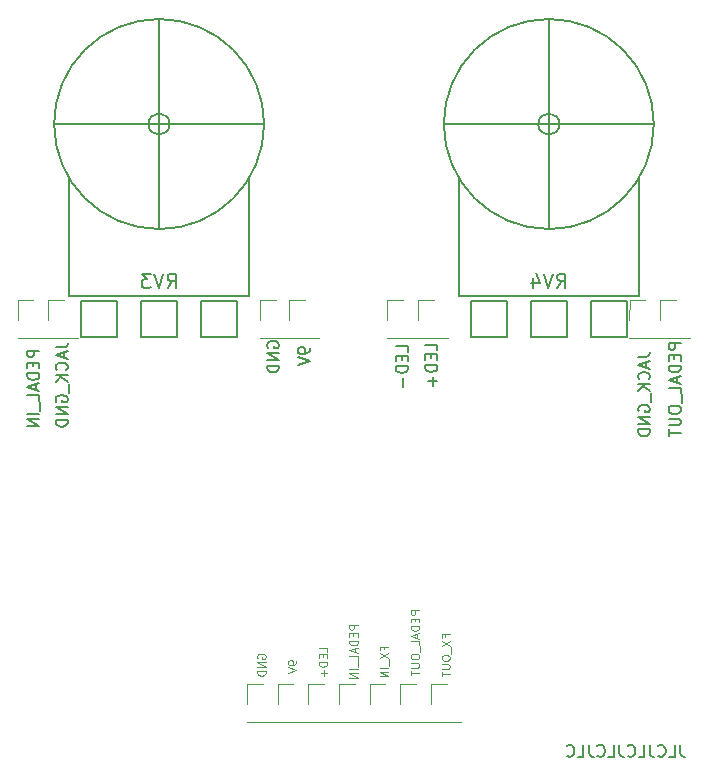
<source format=gbr>
G04 #@! TF.GenerationSoftware,KiCad,Pcbnew,(5.1.5-0-10_14)*
G04 #@! TF.CreationDate,2021-09-14T17:42:55+02:00*
G04 #@! TF.ProjectId,npnium,6e706e69-756d-42e6-9b69-6361645f7063,rev?*
G04 #@! TF.SameCoordinates,Original*
G04 #@! TF.FileFunction,Legend,Bot*
G04 #@! TF.FilePolarity,Positive*
%FSLAX46Y46*%
G04 Gerber Fmt 4.6, Leading zero omitted, Abs format (unit mm)*
G04 Created by KiCad (PCBNEW (5.1.5-0-10_14)) date 2021-09-14 17:42:55*
%MOMM*%
%LPD*%
G04 APERTURE LIST*
%ADD10C,0.150000*%
%ADD11C,0.120000*%
%ADD12C,0.127000*%
%ADD13C,0.110000*%
%ADD14C,0.152400*%
G04 APERTURE END LIST*
D10*
X127619047Y-114452380D02*
X127619047Y-115166666D01*
X127666666Y-115309523D01*
X127761904Y-115404761D01*
X127904761Y-115452380D01*
X128000000Y-115452380D01*
X126666666Y-115452380D02*
X127142857Y-115452380D01*
X127142857Y-114452380D01*
X125761904Y-115357142D02*
X125809523Y-115404761D01*
X125952380Y-115452380D01*
X126047619Y-115452380D01*
X126190476Y-115404761D01*
X126285714Y-115309523D01*
X126333333Y-115214285D01*
X126380952Y-115023809D01*
X126380952Y-114880952D01*
X126333333Y-114690476D01*
X126285714Y-114595238D01*
X126190476Y-114500000D01*
X126047619Y-114452380D01*
X125952380Y-114452380D01*
X125809523Y-114500000D01*
X125761904Y-114547619D01*
X125047619Y-114452380D02*
X125047619Y-115166666D01*
X125095238Y-115309523D01*
X125190476Y-115404761D01*
X125333333Y-115452380D01*
X125428571Y-115452380D01*
X124095238Y-115452380D02*
X124571428Y-115452380D01*
X124571428Y-114452380D01*
X123190476Y-115357142D02*
X123238095Y-115404761D01*
X123380952Y-115452380D01*
X123476190Y-115452380D01*
X123619047Y-115404761D01*
X123714285Y-115309523D01*
X123761904Y-115214285D01*
X123809523Y-115023809D01*
X123809523Y-114880952D01*
X123761904Y-114690476D01*
X123714285Y-114595238D01*
X123619047Y-114500000D01*
X123476190Y-114452380D01*
X123380952Y-114452380D01*
X123238095Y-114500000D01*
X123190476Y-114547619D01*
X122476190Y-114452380D02*
X122476190Y-115166666D01*
X122523809Y-115309523D01*
X122619047Y-115404761D01*
X122761904Y-115452380D01*
X122857142Y-115452380D01*
X121523809Y-115452380D02*
X122000000Y-115452380D01*
X122000000Y-114452380D01*
X120619047Y-115357142D02*
X120666666Y-115404761D01*
X120809523Y-115452380D01*
X120904761Y-115452380D01*
X121047619Y-115404761D01*
X121142857Y-115309523D01*
X121190476Y-115214285D01*
X121238095Y-115023809D01*
X121238095Y-114880952D01*
X121190476Y-114690476D01*
X121142857Y-114595238D01*
X121047619Y-114500000D01*
X120904761Y-114452380D01*
X120809523Y-114452380D01*
X120666666Y-114500000D01*
X120619047Y-114547619D01*
X119904761Y-114452380D02*
X119904761Y-115166666D01*
X119952380Y-115309523D01*
X120047619Y-115404761D01*
X120190476Y-115452380D01*
X120285714Y-115452380D01*
X118952380Y-115452380D02*
X119428571Y-115452380D01*
X119428571Y-114452380D01*
X118047619Y-115357142D02*
X118095238Y-115404761D01*
X118238095Y-115452380D01*
X118333333Y-115452380D01*
X118476190Y-115404761D01*
X118571428Y-115309523D01*
X118619047Y-115214285D01*
X118666666Y-115023809D01*
X118666666Y-114880952D01*
X118619047Y-114690476D01*
X118571428Y-114595238D01*
X118476190Y-114500000D01*
X118333333Y-114452380D01*
X118238095Y-114452380D01*
X118095238Y-114500000D01*
X118047619Y-114547619D01*
D11*
X105420000Y-79980000D02*
X107960000Y-79980000D01*
X105433500Y-76810000D02*
X106763500Y-76810000D01*
X105430000Y-78463500D02*
X105433500Y-76810000D01*
X125920000Y-79980000D02*
X128460000Y-79980000D01*
X125933500Y-76810000D02*
X127263500Y-76810000D01*
X125930000Y-78463500D02*
X125933500Y-76810000D01*
X98720000Y-112480000D02*
X101260000Y-112480000D01*
X98733500Y-109310000D02*
X100063500Y-109310000D01*
X98730000Y-110963500D02*
X98733500Y-109310000D01*
X102820000Y-79980000D02*
X105360000Y-79980000D01*
X102833500Y-76810000D02*
X104163500Y-76810000D01*
X102830000Y-78463500D02*
X102833500Y-76810000D01*
X96120000Y-112480000D02*
X98660000Y-112480000D01*
X96133500Y-109310000D02*
X97463500Y-109310000D01*
X96130000Y-110963500D02*
X96133500Y-109310000D01*
X123320000Y-79980000D02*
X125860000Y-79980000D01*
X123333500Y-76810000D02*
X124663500Y-76810000D01*
X123330000Y-78463500D02*
X123333500Y-76810000D01*
X103920000Y-112480000D02*
X106460000Y-112480000D01*
X103933500Y-109310000D02*
X105263500Y-109310000D01*
X103930000Y-110963500D02*
X103933500Y-109310000D01*
X74120000Y-79980000D02*
X76660000Y-79980000D01*
X74133500Y-76810000D02*
X75463500Y-76810000D01*
X74130000Y-78463500D02*
X74133500Y-76810000D01*
X71520000Y-79980000D02*
X74060000Y-79980000D01*
X71533500Y-76810000D02*
X72863500Y-76810000D01*
X71530000Y-78463500D02*
X71533500Y-76810000D01*
X93520000Y-112480000D02*
X96060000Y-112480000D01*
X93533500Y-109310000D02*
X94863500Y-109310000D01*
X93530000Y-110963500D02*
X93533500Y-109310000D01*
X90920000Y-112480000D02*
X93460000Y-112480000D01*
X90933500Y-109310000D02*
X92263500Y-109310000D01*
X90930000Y-110963500D02*
X90933500Y-109310000D01*
X106520000Y-112480000D02*
X109060000Y-112480000D01*
X106533500Y-109310000D02*
X107863500Y-109310000D01*
X106530000Y-110963500D02*
X106533500Y-109310000D01*
X101320000Y-112480000D02*
X103860000Y-112480000D01*
X101333500Y-109310000D02*
X102663500Y-109310000D01*
X101330000Y-110963500D02*
X101333500Y-109310000D01*
X94520000Y-79980000D02*
X97060000Y-79980000D01*
X94533500Y-76810000D02*
X95863500Y-76810000D01*
X94530000Y-78463500D02*
X94533500Y-76810000D01*
X92020000Y-79980000D02*
X94560000Y-79980000D01*
X92033500Y-76810000D02*
X93363500Y-76810000D01*
X92030000Y-78463500D02*
X92033500Y-76810000D01*
D12*
X123104000Y-79924000D02*
X123104000Y-76876000D01*
X120056000Y-79924000D02*
X123104000Y-79924000D01*
X120056000Y-76876000D02*
X120056000Y-79924000D01*
X118024000Y-79924000D02*
X118024000Y-76876000D01*
X114976000Y-79924000D02*
X118024000Y-79924000D01*
X114976000Y-76876000D02*
X114976000Y-79924000D01*
X112944000Y-79924000D02*
X112944000Y-76876000D01*
X109896000Y-79924000D02*
X112944000Y-79924000D01*
X109896000Y-76876000D02*
X109896000Y-79924000D01*
X120056000Y-76876000D02*
X123104000Y-76876000D01*
X114976000Y-76876000D02*
X118024000Y-76876000D01*
X109896000Y-76876000D02*
X112944000Y-76876000D01*
X108880000Y-76495000D02*
X124120000Y-76495000D01*
X107610000Y-61890000D02*
X125390000Y-61900000D01*
X116500000Y-70790000D02*
X116500000Y-53010000D01*
X124120000Y-76495000D02*
X124120000Y-66335000D01*
X108880000Y-66335000D02*
X108880000Y-76495000D01*
X107610000Y-61890000D02*
G75*
G03X116500000Y-70780000I8890000J0D01*
G01*
X116500000Y-70790000D02*
G75*
G03X125390000Y-61900000I0J8890000D01*
G01*
X125390000Y-61890000D02*
G75*
G03X116500000Y-52999998I-8889901J101D01*
G01*
X116500002Y-53000000D02*
G75*
G03X107610000Y-61890000I-101J-8889901D01*
G01*
X117398000Y-61900000D02*
G75*
G03X117398000Y-61900000I-898000J0D01*
G01*
X90104000Y-79924000D02*
X90104000Y-76876000D01*
X87056000Y-79924000D02*
X90104000Y-79924000D01*
X87056000Y-76876000D02*
X87056000Y-79924000D01*
X85024000Y-79924000D02*
X85024000Y-76876000D01*
X81976000Y-79924000D02*
X85024000Y-79924000D01*
X81976000Y-76876000D02*
X81976000Y-79924000D01*
X79944000Y-79924000D02*
X79944000Y-76876000D01*
X76896000Y-79924000D02*
X79944000Y-79924000D01*
X76896000Y-76876000D02*
X76896000Y-79924000D01*
X87056000Y-76876000D02*
X90104000Y-76876000D01*
X81976000Y-76876000D02*
X85024000Y-76876000D01*
X76896000Y-76876000D02*
X79944000Y-76876000D01*
X75880000Y-76495000D02*
X91120000Y-76495000D01*
X74610000Y-61890000D02*
X92390000Y-61900000D01*
X83500000Y-70790000D02*
X83500000Y-53010000D01*
X91120000Y-76495000D02*
X91120000Y-66335000D01*
X75880000Y-66335000D02*
X75880000Y-76495000D01*
X74610000Y-61890000D02*
G75*
G03X83500000Y-70780000I8890000J0D01*
G01*
X83500000Y-70790000D02*
G75*
G03X92390000Y-61900000I0J8890000D01*
G01*
X92390000Y-61890000D02*
G75*
G03X83500000Y-52999998I-8889901J101D01*
G01*
X83500002Y-53000000D02*
G75*
G03X74610000Y-61890000I-101J-8889901D01*
G01*
X84398000Y-61900000D02*
G75*
G03X84398000Y-61900000I-898000J0D01*
G01*
D10*
X107052380Y-81064404D02*
X107052380Y-80588214D01*
X106052380Y-80588214D01*
X106528571Y-81397738D02*
X106528571Y-81731071D01*
X107052380Y-81873928D02*
X107052380Y-81397738D01*
X106052380Y-81397738D01*
X106052380Y-81873928D01*
X107052380Y-82302500D02*
X106052380Y-82302500D01*
X106052380Y-82540595D01*
X106100000Y-82683452D01*
X106195238Y-82778690D01*
X106290476Y-82826309D01*
X106480952Y-82873928D01*
X106623809Y-82873928D01*
X106814285Y-82826309D01*
X106909523Y-82778690D01*
X107004761Y-82683452D01*
X107052380Y-82540595D01*
X107052380Y-82302500D01*
X106671428Y-83302500D02*
X106671428Y-84064404D01*
X107052380Y-83683452D02*
X106290476Y-83683452D01*
X127652380Y-80450119D02*
X126652380Y-80450119D01*
X126652380Y-80831071D01*
X126700000Y-80926309D01*
X126747619Y-80973928D01*
X126842857Y-81021547D01*
X126985714Y-81021547D01*
X127080952Y-80973928D01*
X127128571Y-80926309D01*
X127176190Y-80831071D01*
X127176190Y-80450119D01*
X127128571Y-81450119D02*
X127128571Y-81783452D01*
X127652380Y-81926309D02*
X127652380Y-81450119D01*
X126652380Y-81450119D01*
X126652380Y-81926309D01*
X127652380Y-82354880D02*
X126652380Y-82354880D01*
X126652380Y-82592976D01*
X126700000Y-82735833D01*
X126795238Y-82831071D01*
X126890476Y-82878690D01*
X127080952Y-82926309D01*
X127223809Y-82926309D01*
X127414285Y-82878690D01*
X127509523Y-82831071D01*
X127604761Y-82735833D01*
X127652380Y-82592976D01*
X127652380Y-82354880D01*
X127366666Y-83307261D02*
X127366666Y-83783452D01*
X127652380Y-83212023D02*
X126652380Y-83545357D01*
X127652380Y-83878690D01*
X127652380Y-84688214D02*
X127652380Y-84212023D01*
X126652380Y-84212023D01*
X127747619Y-84783452D02*
X127747619Y-85545357D01*
X126652380Y-85973928D02*
X126652380Y-86164404D01*
X126700000Y-86259642D01*
X126795238Y-86354880D01*
X126985714Y-86402500D01*
X127319047Y-86402500D01*
X127509523Y-86354880D01*
X127604761Y-86259642D01*
X127652380Y-86164404D01*
X127652380Y-85973928D01*
X127604761Y-85878690D01*
X127509523Y-85783452D01*
X127319047Y-85735833D01*
X126985714Y-85735833D01*
X126795238Y-85783452D01*
X126700000Y-85878690D01*
X126652380Y-85973928D01*
X126652380Y-86831071D02*
X127461904Y-86831071D01*
X127557142Y-86878690D01*
X127604761Y-86926309D01*
X127652380Y-87021547D01*
X127652380Y-87212023D01*
X127604761Y-87307261D01*
X127557142Y-87354880D01*
X127461904Y-87402500D01*
X126652380Y-87402500D01*
X126652380Y-87735833D02*
X126652380Y-88307261D01*
X127652380Y-88021547D02*
X126652380Y-88021547D01*
D13*
X100316666Y-104295166D02*
X99616666Y-104295166D01*
X99616666Y-104561833D01*
X99650000Y-104628500D01*
X99683333Y-104661833D01*
X99750000Y-104695166D01*
X99850000Y-104695166D01*
X99916666Y-104661833D01*
X99950000Y-104628500D01*
X99983333Y-104561833D01*
X99983333Y-104295166D01*
X99950000Y-104995166D02*
X99950000Y-105228500D01*
X100316666Y-105328500D02*
X100316666Y-104995166D01*
X99616666Y-104995166D01*
X99616666Y-105328500D01*
X100316666Y-105628500D02*
X99616666Y-105628500D01*
X99616666Y-105795166D01*
X99650000Y-105895166D01*
X99716666Y-105961833D01*
X99783333Y-105995166D01*
X99916666Y-106028500D01*
X100016666Y-106028500D01*
X100150000Y-105995166D01*
X100216666Y-105961833D01*
X100283333Y-105895166D01*
X100316666Y-105795166D01*
X100316666Y-105628500D01*
X100116666Y-106295166D02*
X100116666Y-106628500D01*
X100316666Y-106228500D02*
X99616666Y-106461833D01*
X100316666Y-106695166D01*
X100316666Y-107261833D02*
X100316666Y-106928500D01*
X99616666Y-106928500D01*
X100383333Y-107328500D02*
X100383333Y-107861833D01*
X100316666Y-108028500D02*
X99616666Y-108028500D01*
X100316666Y-108361833D02*
X99616666Y-108361833D01*
X100316666Y-108761833D01*
X99616666Y-108761833D01*
D10*
X104552380Y-81164404D02*
X104552380Y-80688214D01*
X103552380Y-80688214D01*
X104028571Y-81497738D02*
X104028571Y-81831071D01*
X104552380Y-81973928D02*
X104552380Y-81497738D01*
X103552380Y-81497738D01*
X103552380Y-81973928D01*
X104552380Y-82402500D02*
X103552380Y-82402500D01*
X103552380Y-82640595D01*
X103600000Y-82783452D01*
X103695238Y-82878690D01*
X103790476Y-82926309D01*
X103980952Y-82973928D01*
X104123809Y-82973928D01*
X104314285Y-82926309D01*
X104409523Y-82878690D01*
X104504761Y-82783452D01*
X104552380Y-82640595D01*
X104552380Y-82402500D01*
X104171428Y-83402500D02*
X104171428Y-84164404D01*
D13*
X97716666Y-106561833D02*
X97716666Y-106228500D01*
X97016666Y-106228500D01*
X97350000Y-106795166D02*
X97350000Y-107028500D01*
X97716666Y-107128500D02*
X97716666Y-106795166D01*
X97016666Y-106795166D01*
X97016666Y-107128500D01*
X97716666Y-107428500D02*
X97016666Y-107428500D01*
X97016666Y-107595166D01*
X97050000Y-107695166D01*
X97116666Y-107761833D01*
X97183333Y-107795166D01*
X97316666Y-107828500D01*
X97416666Y-107828500D01*
X97550000Y-107795166D01*
X97616666Y-107761833D01*
X97683333Y-107695166D01*
X97716666Y-107595166D01*
X97716666Y-107428500D01*
X97450000Y-108128500D02*
X97450000Y-108661833D01*
X97716666Y-108395166D02*
X97183333Y-108395166D01*
D10*
X124052380Y-81597738D02*
X124766666Y-81597738D01*
X124909523Y-81550119D01*
X125004761Y-81454880D01*
X125052380Y-81312023D01*
X125052380Y-81216785D01*
X124766666Y-82026309D02*
X124766666Y-82502500D01*
X125052380Y-81931071D02*
X124052380Y-82264404D01*
X125052380Y-82597738D01*
X124957142Y-83502500D02*
X125004761Y-83454880D01*
X125052380Y-83312023D01*
X125052380Y-83216785D01*
X125004761Y-83073928D01*
X124909523Y-82978690D01*
X124814285Y-82931071D01*
X124623809Y-82883452D01*
X124480952Y-82883452D01*
X124290476Y-82931071D01*
X124195238Y-82978690D01*
X124100000Y-83073928D01*
X124052380Y-83216785D01*
X124052380Y-83312023D01*
X124100000Y-83454880D01*
X124147619Y-83502500D01*
X125052380Y-83931071D02*
X124052380Y-83931071D01*
X125052380Y-84502500D02*
X124480952Y-84073928D01*
X124052380Y-84502500D02*
X124623809Y-83931071D01*
X125147619Y-84692976D02*
X125147619Y-85454880D01*
X124100000Y-86216785D02*
X124052380Y-86121547D01*
X124052380Y-85978690D01*
X124100000Y-85835833D01*
X124195238Y-85740595D01*
X124290476Y-85692976D01*
X124480952Y-85645357D01*
X124623809Y-85645357D01*
X124814285Y-85692976D01*
X124909523Y-85740595D01*
X125004761Y-85835833D01*
X125052380Y-85978690D01*
X125052380Y-86073928D01*
X125004761Y-86216785D01*
X124957142Y-86264404D01*
X124623809Y-86264404D01*
X124623809Y-86073928D01*
X125052380Y-86692976D02*
X124052380Y-86692976D01*
X125052380Y-87264404D01*
X124052380Y-87264404D01*
X125052380Y-87740595D02*
X124052380Y-87740595D01*
X124052380Y-87978690D01*
X124100000Y-88121547D01*
X124195238Y-88216785D01*
X124290476Y-88264404D01*
X124480952Y-88312023D01*
X124623809Y-88312023D01*
X124814285Y-88264404D01*
X124909523Y-88216785D01*
X125004761Y-88121547D01*
X125052380Y-87978690D01*
X125052380Y-87740595D01*
D13*
X105516666Y-103061833D02*
X104816666Y-103061833D01*
X104816666Y-103328500D01*
X104850000Y-103395166D01*
X104883333Y-103428500D01*
X104950000Y-103461833D01*
X105050000Y-103461833D01*
X105116666Y-103428500D01*
X105150000Y-103395166D01*
X105183333Y-103328500D01*
X105183333Y-103061833D01*
X105150000Y-103761833D02*
X105150000Y-103995166D01*
X105516666Y-104095166D02*
X105516666Y-103761833D01*
X104816666Y-103761833D01*
X104816666Y-104095166D01*
X105516666Y-104395166D02*
X104816666Y-104395166D01*
X104816666Y-104561833D01*
X104850000Y-104661833D01*
X104916666Y-104728500D01*
X104983333Y-104761833D01*
X105116666Y-104795166D01*
X105216666Y-104795166D01*
X105350000Y-104761833D01*
X105416666Y-104728500D01*
X105483333Y-104661833D01*
X105516666Y-104561833D01*
X105516666Y-104395166D01*
X105316666Y-105061833D02*
X105316666Y-105395166D01*
X105516666Y-104995166D02*
X104816666Y-105228500D01*
X105516666Y-105461833D01*
X105516666Y-106028500D02*
X105516666Y-105695166D01*
X104816666Y-105695166D01*
X105583333Y-106095166D02*
X105583333Y-106628500D01*
X104816666Y-106928500D02*
X104816666Y-107061833D01*
X104850000Y-107128500D01*
X104916666Y-107195166D01*
X105050000Y-107228500D01*
X105283333Y-107228500D01*
X105416666Y-107195166D01*
X105483333Y-107128500D01*
X105516666Y-107061833D01*
X105516666Y-106928500D01*
X105483333Y-106861833D01*
X105416666Y-106795166D01*
X105283333Y-106761833D01*
X105050000Y-106761833D01*
X104916666Y-106795166D01*
X104850000Y-106861833D01*
X104816666Y-106928500D01*
X104816666Y-107528500D02*
X105383333Y-107528500D01*
X105450000Y-107561833D01*
X105483333Y-107595166D01*
X105516666Y-107661833D01*
X105516666Y-107795166D01*
X105483333Y-107861833D01*
X105450000Y-107895166D01*
X105383333Y-107928500D01*
X104816666Y-107928500D01*
X104816666Y-108161833D02*
X104816666Y-108561833D01*
X105516666Y-108361833D02*
X104816666Y-108361833D01*
D10*
X74752380Y-80797738D02*
X75466666Y-80797738D01*
X75609523Y-80750119D01*
X75704761Y-80654880D01*
X75752380Y-80512023D01*
X75752380Y-80416785D01*
X75466666Y-81226309D02*
X75466666Y-81702500D01*
X75752380Y-81131071D02*
X74752380Y-81464404D01*
X75752380Y-81797738D01*
X75657142Y-82702500D02*
X75704761Y-82654880D01*
X75752380Y-82512023D01*
X75752380Y-82416785D01*
X75704761Y-82273928D01*
X75609523Y-82178690D01*
X75514285Y-82131071D01*
X75323809Y-82083452D01*
X75180952Y-82083452D01*
X74990476Y-82131071D01*
X74895238Y-82178690D01*
X74800000Y-82273928D01*
X74752380Y-82416785D01*
X74752380Y-82512023D01*
X74800000Y-82654880D01*
X74847619Y-82702500D01*
X75752380Y-83131071D02*
X74752380Y-83131071D01*
X75752380Y-83702500D02*
X75180952Y-83273928D01*
X74752380Y-83702500D02*
X75323809Y-83131071D01*
X75847619Y-83892976D02*
X75847619Y-84654880D01*
X74800000Y-85416785D02*
X74752380Y-85321547D01*
X74752380Y-85178690D01*
X74800000Y-85035833D01*
X74895238Y-84940595D01*
X74990476Y-84892976D01*
X75180952Y-84845357D01*
X75323809Y-84845357D01*
X75514285Y-84892976D01*
X75609523Y-84940595D01*
X75704761Y-85035833D01*
X75752380Y-85178690D01*
X75752380Y-85273928D01*
X75704761Y-85416785D01*
X75657142Y-85464404D01*
X75323809Y-85464404D01*
X75323809Y-85273928D01*
X75752380Y-85892976D02*
X74752380Y-85892976D01*
X75752380Y-86464404D01*
X74752380Y-86464404D01*
X75752380Y-86940595D02*
X74752380Y-86940595D01*
X74752380Y-87178690D01*
X74800000Y-87321547D01*
X74895238Y-87416785D01*
X74990476Y-87464404D01*
X75180952Y-87512023D01*
X75323809Y-87512023D01*
X75514285Y-87464404D01*
X75609523Y-87416785D01*
X75704761Y-87321547D01*
X75752380Y-87178690D01*
X75752380Y-86940595D01*
X73352380Y-81083452D02*
X72352380Y-81083452D01*
X72352380Y-81464404D01*
X72400000Y-81559642D01*
X72447619Y-81607261D01*
X72542857Y-81654880D01*
X72685714Y-81654880D01*
X72780952Y-81607261D01*
X72828571Y-81559642D01*
X72876190Y-81464404D01*
X72876190Y-81083452D01*
X72828571Y-82083452D02*
X72828571Y-82416785D01*
X73352380Y-82559642D02*
X73352380Y-82083452D01*
X72352380Y-82083452D01*
X72352380Y-82559642D01*
X73352380Y-82988214D02*
X72352380Y-82988214D01*
X72352380Y-83226309D01*
X72400000Y-83369166D01*
X72495238Y-83464404D01*
X72590476Y-83512023D01*
X72780952Y-83559642D01*
X72923809Y-83559642D01*
X73114285Y-83512023D01*
X73209523Y-83464404D01*
X73304761Y-83369166D01*
X73352380Y-83226309D01*
X73352380Y-82988214D01*
X73066666Y-83940595D02*
X73066666Y-84416785D01*
X73352380Y-83845357D02*
X72352380Y-84178690D01*
X73352380Y-84512023D01*
X73352380Y-85321547D02*
X73352380Y-84845357D01*
X72352380Y-84845357D01*
X73447619Y-85416785D02*
X73447619Y-86178690D01*
X73352380Y-86416785D02*
X72352380Y-86416785D01*
X73352380Y-86892976D02*
X72352380Y-86892976D01*
X73352380Y-87464404D01*
X72352380Y-87464404D01*
D13*
X95116666Y-107361833D02*
X95116666Y-107495166D01*
X95083333Y-107561833D01*
X95050000Y-107595166D01*
X94950000Y-107661833D01*
X94816666Y-107695166D01*
X94550000Y-107695166D01*
X94483333Y-107661833D01*
X94450000Y-107628500D01*
X94416666Y-107561833D01*
X94416666Y-107428500D01*
X94450000Y-107361833D01*
X94483333Y-107328500D01*
X94550000Y-107295166D01*
X94716666Y-107295166D01*
X94783333Y-107328500D01*
X94816666Y-107361833D01*
X94850000Y-107428500D01*
X94850000Y-107561833D01*
X94816666Y-107628500D01*
X94783333Y-107661833D01*
X94716666Y-107695166D01*
X94416666Y-107895166D02*
X95116666Y-108128500D01*
X94416666Y-108361833D01*
X91850000Y-107128500D02*
X91816666Y-107061833D01*
X91816666Y-106961833D01*
X91850000Y-106861833D01*
X91916666Y-106795166D01*
X91983333Y-106761833D01*
X92116666Y-106728500D01*
X92216666Y-106728500D01*
X92350000Y-106761833D01*
X92416666Y-106795166D01*
X92483333Y-106861833D01*
X92516666Y-106961833D01*
X92516666Y-107028500D01*
X92483333Y-107128500D01*
X92450000Y-107161833D01*
X92216666Y-107161833D01*
X92216666Y-107028500D01*
X92516666Y-107461833D02*
X91816666Y-107461833D01*
X92516666Y-107861833D01*
X91816666Y-107861833D01*
X92516666Y-108195166D02*
X91816666Y-108195166D01*
X91816666Y-108361833D01*
X91850000Y-108461833D01*
X91916666Y-108528500D01*
X91983333Y-108561833D01*
X92116666Y-108595166D01*
X92216666Y-108595166D01*
X92350000Y-108561833D01*
X92416666Y-108528500D01*
X92483333Y-108461833D01*
X92516666Y-108361833D01*
X92516666Y-108195166D01*
X107750000Y-105328500D02*
X107750000Y-105095166D01*
X108116666Y-105095166D02*
X107416666Y-105095166D01*
X107416666Y-105428500D01*
X107416666Y-105628500D02*
X108116666Y-106095166D01*
X107416666Y-106095166D02*
X108116666Y-105628500D01*
X108183333Y-106195166D02*
X108183333Y-106728500D01*
X107416666Y-107028500D02*
X107416666Y-107161833D01*
X107450000Y-107228500D01*
X107516666Y-107295166D01*
X107650000Y-107328500D01*
X107883333Y-107328500D01*
X108016666Y-107295166D01*
X108083333Y-107228500D01*
X108116666Y-107161833D01*
X108116666Y-107028500D01*
X108083333Y-106961833D01*
X108016666Y-106895166D01*
X107883333Y-106861833D01*
X107650000Y-106861833D01*
X107516666Y-106895166D01*
X107450000Y-106961833D01*
X107416666Y-107028500D01*
X107416666Y-107628500D02*
X107983333Y-107628500D01*
X108050000Y-107661833D01*
X108083333Y-107695166D01*
X108116666Y-107761833D01*
X108116666Y-107895166D01*
X108083333Y-107961833D01*
X108050000Y-107995166D01*
X107983333Y-108028500D01*
X107416666Y-108028500D01*
X107416666Y-108261833D02*
X107416666Y-108661833D01*
X108116666Y-108461833D02*
X107416666Y-108461833D01*
X102550000Y-106361833D02*
X102550000Y-106128500D01*
X102916666Y-106128500D02*
X102216666Y-106128500D01*
X102216666Y-106461833D01*
X102216666Y-106661833D02*
X102916666Y-107128500D01*
X102216666Y-107128500D02*
X102916666Y-106661833D01*
X102983333Y-107228500D02*
X102983333Y-107761833D01*
X102916666Y-107928500D02*
X102216666Y-107928500D01*
X102916666Y-108261833D02*
X102216666Y-108261833D01*
X102916666Y-108661833D01*
X102216666Y-108661833D01*
D10*
X96252380Y-80878690D02*
X96252380Y-81069166D01*
X96204761Y-81164404D01*
X96157142Y-81212023D01*
X96014285Y-81307261D01*
X95823809Y-81354880D01*
X95442857Y-81354880D01*
X95347619Y-81307261D01*
X95300000Y-81259642D01*
X95252380Y-81164404D01*
X95252380Y-80973928D01*
X95300000Y-80878690D01*
X95347619Y-80831071D01*
X95442857Y-80783452D01*
X95680952Y-80783452D01*
X95776190Y-80831071D01*
X95823809Y-80878690D01*
X95871428Y-80973928D01*
X95871428Y-81164404D01*
X95823809Y-81259642D01*
X95776190Y-81307261D01*
X95680952Y-81354880D01*
X95252380Y-81640595D02*
X96252380Y-81973928D01*
X95252380Y-82307261D01*
X92700000Y-80816785D02*
X92652380Y-80721547D01*
X92652380Y-80578690D01*
X92700000Y-80435833D01*
X92795238Y-80340595D01*
X92890476Y-80292976D01*
X93080952Y-80245357D01*
X93223809Y-80245357D01*
X93414285Y-80292976D01*
X93509523Y-80340595D01*
X93604761Y-80435833D01*
X93652380Y-80578690D01*
X93652380Y-80673928D01*
X93604761Y-80816785D01*
X93557142Y-80864404D01*
X93223809Y-80864404D01*
X93223809Y-80673928D01*
X93652380Y-81292976D02*
X92652380Y-81292976D01*
X93652380Y-81864404D01*
X92652380Y-81864404D01*
X93652380Y-82340595D02*
X92652380Y-82340595D01*
X92652380Y-82578690D01*
X92700000Y-82721547D01*
X92795238Y-82816785D01*
X92890476Y-82864404D01*
X93080952Y-82912023D01*
X93223809Y-82912023D01*
X93414285Y-82864404D01*
X93509523Y-82816785D01*
X93604761Y-82721547D01*
X93652380Y-82578690D01*
X93652380Y-82340595D01*
D14*
X117218154Y-75770797D02*
X117620321Y-75196273D01*
X117907583Y-75770797D02*
X117907583Y-74564297D01*
X117447964Y-74564297D01*
X117333059Y-74621750D01*
X117275607Y-74679202D01*
X117218154Y-74794107D01*
X117218154Y-74966464D01*
X117275607Y-75081369D01*
X117333059Y-75138821D01*
X117447964Y-75196273D01*
X117907583Y-75196273D01*
X116873440Y-74564297D02*
X116471273Y-75770797D01*
X116069107Y-74564297D01*
X115149869Y-74966464D02*
X115149869Y-75770797D01*
X115437130Y-74506845D02*
X115724392Y-75368630D01*
X114977511Y-75368630D01*
X84218154Y-75770797D02*
X84620321Y-75196273D01*
X84907583Y-75770797D02*
X84907583Y-74564297D01*
X84447964Y-74564297D01*
X84333059Y-74621750D01*
X84275607Y-74679202D01*
X84218154Y-74794107D01*
X84218154Y-74966464D01*
X84275607Y-75081369D01*
X84333059Y-75138821D01*
X84447964Y-75196273D01*
X84907583Y-75196273D01*
X83873440Y-74564297D02*
X83471273Y-75770797D01*
X83069107Y-74564297D01*
X82781845Y-74564297D02*
X82034964Y-74564297D01*
X82437130Y-75023916D01*
X82264773Y-75023916D01*
X82149869Y-75081369D01*
X82092416Y-75138821D01*
X82034964Y-75253726D01*
X82034964Y-75540988D01*
X82092416Y-75655892D01*
X82149869Y-75713345D01*
X82264773Y-75770797D01*
X82609488Y-75770797D01*
X82724392Y-75713345D01*
X82781845Y-75655892D01*
M02*

</source>
